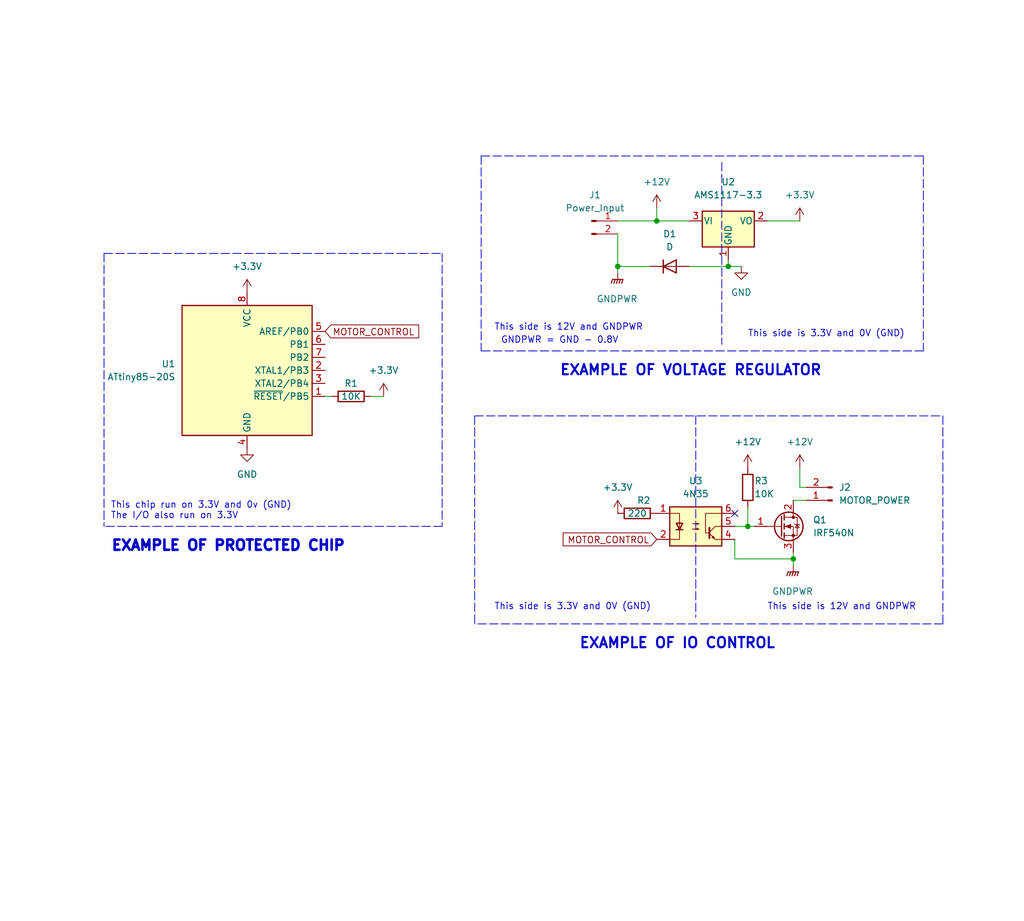
<source format=kicad_sch>
(kicad_sch (version 20211123) (generator eeschema)
  (paper "User" 200 180.01)
  (title_block (title "Example of Opto-Isolation Circuit") (date "2023-01-15") (company "by Achmadi ST MT"))
  (lib_symbols
    (symbol "Connector:Conn_01x02_Male" (pin_names (offset 1.016) hide)
      (property "Reference" "J" (at 0 2.54 0))
      (property "Value" "Conn_01x02_Male" (at 0 -5.08 0))
      (symbol "Conn_01x02_Male_1_1"
        (polyline (pts (xy 1.27 -2.54) (xy 0.8636 -2.54)) (stroke (width 0.1524)))
        (polyline (pts (xy 1.27 0) (xy 0.8636 0)) (stroke (width 0.1524)))
        (rectangle (start 0.8636 -2.413) (end 0 -2.667) (stroke (width 0.1524)) (fill (type outline)))
        (rectangle (start 0.8636 0.127) (end 0 -0.127) (stroke (width 0.1524)) (fill (type outline)))
        (pin passive line (at 5.08 0 180) (length 3.81) (name "Pin_1") (number "1"))
        (pin passive line (at 5.08 -2.54 180) (length 3.81) (name "Pin_2") (number "2"))
      )
    )
    (symbol "Device:D" (pin_numbers hide) (pin_names (offset 1.016) hide)
      (property "Reference" "D" (at 0 2.54 0))
      (property "Value" "D" (at 0 -2.54 0))
      (symbol "D_0_1"
        (polyline (pts (xy -1.27 1.27) (xy -1.27 -1.27)) (stroke (width 0.254)))
        (polyline (pts (xy 1.27 0) (xy -1.27 0)))
        (polyline (pts (xy 1.27 1.27) (xy 1.27 -1.27) (xy -1.27 0) (xy 1.27 1.27)) (stroke (width 0.254)))
      )
      (symbol "D_1_1"
        (pin passive line (at -3.81 0 0) (length 2.54) (name "K") (number "1"))
        (pin passive line (at 3.81 0 180) (length 2.54) (name "A") (number "2"))
      )
    )
    (symbol "Device:R" (pin_numbers hide) (pin_names (offset 0))
      (property "Reference" "R" (at 2.032 0 90))
      (property "Value" "R" (at 0 0 90))
      (symbol "R_0_1"
        (rectangle (start -1.016 -2.54) (end 1.016 2.54) (stroke (width 0.254)))
      )
      (symbol "R_1_1"
        (pin passive line (at 0 3.81 270) (length 1.27) (name "~") (number "1"))
        (pin passive line (at 0 -3.81 90) (length 1.27) (name "~") (number "2"))
      )
    )
    (symbol "Isolator:4N35" (pin_names (offset 1.016))
      (property "Reference" "U" (at -5.08 5.08 0))
      (property "Value" "4N35" (at 0 5.08 0))
      (symbol "4N35_0_1"
        (rectangle (start -5.08 3.81) (end 5.08 -3.81) (stroke (width 0.254)) (fill (type background)))
        (polyline (pts (xy -3.81 -0.635) (xy -2.54 -0.635)) (stroke (width 0.254)))
        (polyline (pts (xy 2.667 -1.397) (xy 3.81 -2.54)))
        (polyline (pts (xy 2.667 -1.143) (xy 3.81 0)))
        (polyline (pts (xy 3.81 -2.54) (xy 5.08 -2.54)))
        (polyline (pts (xy 3.81 0) (xy 5.08 0)))
        (polyline (pts (xy 2.667 -0.254) (xy 2.667 -2.286) (xy 2.667 -2.286)) (stroke (width 0.3556)))
        (polyline (pts (xy -5.08 -2.54) (xy -3.175 -2.54) (xy -3.175 2.54) (xy -5.08 2.54)))
        (polyline (pts (xy -3.175 -0.635) (xy -3.81 0.635) (xy -2.54 0.635) (xy -3.175 -0.635)) (stroke (width 0.254)))
        (polyline (pts (xy 3.683 -2.413) (xy 3.429 -1.905) (xy 3.175 -2.159) (xy 3.683 -2.413)))
        (polyline (pts (xy 5.08 2.54) (xy 1.905 2.54) (xy 1.905 -1.27) (xy 2.54 -1.27)))
        (polyline (pts (xy -0.635 -0.508) (xy 0.635 -0.508) (xy 0.254 -0.635) (xy 0.254 -0.381) (xy 0.635 -0.508)))
        (polyline (pts (xy -0.635 0.508) (xy 0.635 0.508) (xy 0.254 0.381) (xy 0.254 0.635) (xy 0.635 0.508)))
      )
      (symbol "4N35_1_1"
        (pin passive line (at -7.62 2.54 0) (length 2.54) (name "~") (number "1"))
        (pin passive line (at -7.62 -2.54 0) (length 2.54) (name "~") (number "2"))
        (pin no_connect line (at -5.08 0 0) (length 2.54) hide (name "NC") (number "3"))
        (pin passive line (at 7.62 -2.54 180) (length 2.54) (name "~") (number "4"))
        (pin passive line (at 7.62 0 180) (length 2.54) (name "~") (number "5"))
        (pin passive line (at 7.62 2.54 180) (length 2.54) (name "~") (number "6"))
      )
    )
    (symbol "MCU_Microchip_ATtiny:ATtiny85-20S"
      (property "Reference" "U" (at -12.7 13.97 0))
      (property "Value" "ATtiny85-20S" (at 2.54 -13.97 0))
      (symbol "ATtiny85-20S_0_1"
        (rectangle (start -12.7 -12.7) (end 12.7 12.7) (stroke (width 0.254)) (fill (type background)))
      )
      (symbol "ATtiny85-20S_1_1"
        (pin bidirectional line (at 15.24 -5.08 180) (length 2.54) (name "~{RESET}/PB5") (number "1"))
        (pin bidirectional line (at 15.24 0 180) (length 2.54) (name "XTAL1/PB3") (number "2"))
        (pin bidirectional line (at 15.24 -2.54 180) (length 2.54) (name "XTAL2/PB4") (number "3"))
        (pin power_in line (at 0 -15.24 90) (length 2.54) (name "GND") (number "4"))
        (pin bidirectional line (at 15.24 7.62 180) (length 2.54) (name "AREF/PB0") (number "5"))
        (pin bidirectional line (at 15.24 5.08 180) (length 2.54) (name "PB1") (number "6"))
        (pin bidirectional line (at 15.24 2.54 180) (length 2.54) (name "PB2") (number "7"))
        (pin power_in line (at 0 15.24 270) (length 2.54) (name "VCC") (number "8"))
      )
    )
    (symbol "Regulator_Linear:AMS1117-3.3" (pin_names (offset 0.254))
      (property "Reference" "U" (at -3.81 3.175 0))
      (property "Value" "AMS1117-3.3" (at 0 3.175 0))
      (symbol "AMS1117-3.3_0_1"
        (rectangle (start -5.08 -5.08) (end 5.08 1.905) (stroke (width 0.254)) (fill (type background)))
      )
      (symbol "AMS1117-3.3_1_1"
        (pin power_in line (at 0 -7.62 90) (length 2.54) (name "GND") (number "1"))
        (pin power_out line (at 7.62 0 180) (length 2.54) (name "VO") (number "2"))
        (pin power_in line (at -7.62 0 0) (length 2.54) (name "VI") (number "3"))
      )
    )
    (symbol "Transistor_FET:IRF540N" (pin_names hide)
      (property "Reference" "Q" (at 6.35 1.905 0))
      (property "Value" "IRF540N" (at 6.35 0 0))
      (symbol "IRF540N_0_1"
        (polyline (pts (xy 0.254 0) (xy -2.54 0)))
        (polyline (pts (xy 0.254 1.905) (xy 0.254 -1.905)) (stroke (width 0.254)))
        (polyline (pts (xy 0.762 -1.27) (xy 0.762 -2.286)) (stroke (width 0.254)))
        (polyline (pts (xy 0.762 0.508) (xy 0.762 -0.508)) (stroke (width 0.254)))
        (polyline (pts (xy 0.762 2.286) (xy 0.762 1.27)) (stroke (width 0.254)))
        (polyline (pts (xy 2.54 2.54) (xy 2.54 1.778)))
        (polyline (pts (xy 2.54 -2.54) (xy 2.54 0) (xy 0.762 0)))
        (polyline (pts (xy 0.762 -1.778) (xy 3.302 -1.778) (xy 3.302 1.778) (xy 0.762 1.778)))
        (polyline (pts (xy 1.016 0) (xy 2.032 0.381) (xy 2.032 -0.381) (xy 1.016 0)) (fill (type outline)))
        (polyline (pts (xy 2.794 0.508) (xy 2.921 0.381) (xy 3.683 0.381) (xy 3.81 0.254)))
        (polyline (pts (xy 3.302 0.381) (xy 2.921 -0.254) (xy 3.683 -0.254) (xy 3.302 0.381)))
        (circle (center 1.651 0) (radius 2.794) (stroke (width 0.254)))
        (circle (center 2.54 -1.778) (radius 0.254) (fill (type outline)))
        (circle (center 2.54 1.778) (radius 0.254) (fill (type outline)))
      )
      (symbol "IRF540N_1_1"
        (pin input line (at -5.08 0 0) (length 2.54) (name "G") (number "1"))
        (pin passive line (at 2.54 5.08 270) (length 2.54) (name "D") (number "2"))
        (pin passive line (at 2.54 -5.08 90) (length 2.54) (name "S") (number "3"))
      )
    )
    (symbol "power:+12V" (power) (pin_names (offset 0))
      (property "Value" "+12V" (at 0 3.556 0))
      (symbol "+12V_0_1"
        (polyline (pts (xy -0.762 1.27) (xy 0 2.54)))
        (polyline (pts (xy 0 0) (xy 0 2.54)))
        (polyline (pts (xy 0 2.54) (xy 0.762 1.27)))
      )
      (symbol "+12V_1_1"
        (pin power_in line (at 0 0 90) (length 0) hide (name "+12V") (number "1"))
      )
    )
    (symbol "power:+3.3V" (power) (pin_names (offset 0))
      (property "Value" "+3.3V" (at 0 3.556 0))
      (symbol "+3.3V_0_1"
        (polyline (pts (xy -0.762 1.27) (xy 0 2.54)))
        (polyline (pts (xy 0 0) (xy 0 2.54)))
        (polyline (pts (xy 0 2.54) (xy 0.762 1.27)))
      )
      (symbol "+3.3V_1_1"
        (pin power_in line (at 0 0 90) (length 0) hide (name "+3.3V") (number "1"))
      )
    )
    (symbol "power:GND" (power) (pin_names (offset 0))
      (property "Value" "GND" (at 0 -3.81 0))
      (symbol "GND_0_1"
        (polyline (pts (xy 0 0) (xy 0 -1.27) (xy 1.27 -1.27) (xy 0 -2.54) (xy -1.27 -1.27) (xy 0 -1.27)))
      )
      (symbol "GND_1_1"
        (pin power_in line (at 0 0 270) (length 0) hide (name "GND") (number "1"))
      )
    )
    (symbol "power:GNDPWR" (power) (pin_names (offset 0))
      (property "Value" "GNDPWR" (at 0 -3.302 0))
      (symbol "GNDPWR_0_1"
        (polyline (pts (xy 0 -1.27) (xy 0 0)))
        (polyline (pts (xy -1.016 -1.27) (xy -1.27 -2.032) (xy -1.27 -2.032)) (stroke (width 0.2032)))
        (polyline (pts (xy -0.508 -1.27) (xy -0.762 -2.032) (xy -0.762 -2.032)) (stroke (width 0.2032)))
        (polyline (pts (xy 0 -1.27) (xy -0.254 -2.032) (xy -0.254 -2.032)) (stroke (width 0.2032)))
        (polyline (pts (xy 0.508 -1.27) (xy 0.254 -2.032) (xy 0.254 -2.032)) (stroke (width 0.2032)))
        (polyline (pts (xy 1.016 -1.27) (xy -1.016 -1.27) (xy -1.016 -1.27)) (stroke (width 0.2032)))
        (polyline (pts (xy 1.016 -1.27) (xy 0.762 -2.032) (xy 0.762 -2.032) (xy 0.762 -2.032)) (stroke (width 0.2032)))
      )
      (symbol "GNDPWR_1_1"
        (pin power_in line (at 0 0 270) (length 0) hide (name "GNDPWR") (number "1"))
      )
    )
  )
  (junction (at 128.27 43.18))
  (junction (at 120.65 52.07))
  (junction (at 146.05 102.87))
  (junction (at 142.24 52.07))
  (junction (at 154.94 109.22))
  (no_connect (at 143.51 100.33))
  (wire (pts (xy 128.27 43.18) (xy 134.62 43.18)))
  (wire (pts (xy 154.94 107.95) (xy 154.94 109.22)))
  (polyline (pts (xy 20.32 49.53) (xy 86.36 49.53)))
  (polyline (pts (xy 92.71 81.28) (xy 184.15 81.28)))
  (polyline (pts (xy 93.98 30.48) (xy 93.98 68.58)))
  (wire (pts (xy 146.05 99.06) (xy 146.05 102.87)))
  (wire (pts (xy 72.39 77.47) (xy 74.93 77.47)))
  (wire (pts (xy 156.21 91.44) (xy 156.21 95.25)))
  (wire (pts (xy 142.24 50.8) (xy 142.24 52.07)))
  (polyline (pts (xy 135.89 81.28) (xy 135.89 120.65)))
  (wire (pts (xy 120.65 52.07) (xy 120.65 53.34)))
  (polyline (pts (xy 180.34 68.58) (xy 93.98 68.58)))
  (polyline (pts (xy 92.71 81.28) (xy 92.71 121.92)))
  (wire (pts (xy 146.05 102.87) (xy 147.32 102.87)))
  (polyline (pts (xy 180.34 30.48) (xy 180.34 68.58)))
  (wire (pts (xy 120.65 43.18) (xy 128.27 43.18)))
  (polyline (pts (xy 86.36 49.53) (xy 86.36 102.87)))
  (polyline (pts (xy 93.98 30.48) (xy 180.34 30.48)))
  (wire (pts (xy 143.51 109.22) (xy 154.94 109.22)))
  (wire (pts (xy 149.86 43.18) (xy 156.21 43.18)))
  (wire (pts (xy 63.5 77.47) (xy 64.77 77.47)))
  (wire (pts (xy 120.65 52.07) (xy 127 52.07)))
  (wire (pts (xy 120.65 45.72) (xy 120.65 52.07)))
  (wire (pts (xy 142.24 52.07) (xy 144.78 52.07)))
  (wire (pts (xy 156.21 95.25) (xy 157.48 95.25)))
  (polyline (pts (xy 140.97 31.75) (xy 140.97 67.31)))
  (wire (pts (xy 154.94 109.22) (xy 154.94 110.49)))
  (polyline (pts (xy 184.15 81.28) (xy 184.15 121.92)))
  (wire (pts (xy 143.51 105.41) (xy 143.51 109.22)))
  (wire (pts (xy 143.51 102.87) (xy 146.05 102.87)))
  (polyline (pts (xy 86.36 102.87) (xy 20.32 102.87)))
  (polyline (pts (xy 20.32 49.53) (xy 20.32 102.87)))
  (wire (pts (xy 154.94 97.79) (xy 157.48 97.79)))
  (polyline (pts (xy 184.15 121.92) (xy 92.71 121.92)))
  (wire (pts (xy 128.27 40.64) (xy 128.27 43.18)))
  (wire (pts (xy 134.62 52.07) (xy 142.24 52.07)))
  (text "EXAMPLE OF IO CONTROL\n" (at 113.03 127 0) (effects (font (size 2 2) (thickness 0.4) bold) (justify left bottom)))
  (text "This side is 12V and GNDPWR" (at 96.52 64.77 0) (effects (font (size 1.27 1.27)) (justify left bottom)))
  (text "This side is 3.3V and 0V (GND)" (at 146.05 66.04 0) (effects (font (size 1.27 1.27)) (justify left bottom)))
  (text "This side is 3.3V and 0V (GND)" (at 96.52 119.38 0) (effects (font (size 1.27 1.27)) (justify left bottom)))
  (text "This chip run on 3.3V and 0v (GND)\nThe I/O also run on 3.3V" (at 21.59 101.6 0) (effects (font (size 1.27 1.27)) (justify left bottom)))
  (text "GNDPWR = GND - 0.8V" (at 97.79 67.31 0) (effects (font (size 1.27 1.27)) (justify left bottom)))
  (text "This side is 12V and GNDPWR" (at 149.86 119.38 0) (effects (font (size 1.27 1.27)) (justify left bottom)))
  (text "EXAMPLE OF PROTECTED CHIP" (at 21.59 107.95 0) (effects (font (size 2 2) (thickness 0.6) bold) (justify left bottom)))
  (text "EXAMPLE OF VOLTAGE REGULATOR" (at 109.22 73.66 0) (effects (font (size 2 2) (thickness 0.4) bold) (justify left bottom)))
  (global_label "MOTOR_CONTROL" (shape input) (at 128.27 105.41 180) (property "Intersheet References" "${INTERSHEET_REFS}" (effects hide)))
  (global_label "MOTOR_CONTROL" (shape input) (at 63.5 64.77 0) (property "Intersheet References" "${INTERSHEET_REFS}" (effects hide)))
  (symbol (lib_id "Transistor_FET:IRF540N") (at 152.4 102.87 0) (unit 1)
    (property "Reference" "Q1" (at 158.75 101.5999 0) (effects (justify left)))
    (property "Value" "IRF540N" (at 158.75 104.1399 0) (effects (justify left)))
    (property "Footprint" "Package_TO_SOT_THT:TO-220-3_Vertical" (effects hide))
    (property "Datasheet" "http://www.irf.com/product-info/datasheets/data/irf540n.pdf" (effects hide))
  )
  (symbol (lib_id "MCU_Microchip_ATtiny:ATtiny85-20S") (at 48.26 72.39 0) (unit 1)
    (property "Reference" "U1" (at 34.29 71.1199 0) (effects (justify right)))
    (property "Value" "ATtiny85-20S" (at 34.29 73.6599 0) (effects (justify right)))
    (property "Footprint" "Package_SO:SOIC-8W_5.3x5.3mm_P1.27mm" (effects hide))
    (property "Datasheet" "http://ww1.microchip.com/downloads/en/DeviceDoc/atmel-2586-avr-8-bit-microcontroller-attiny25-attiny45-attiny85_datasheet.pdf" (effects hide))
  )
  (symbol (lib_id "Connector:Conn_01x02_Male") (at 162.56 97.79 180) (unit 1)
    (property "Reference" "J2" (at 163.83 95.2499 0) (effects (justify right)))
    (property "Value" "MOTOR_POWER" (at 163.83 97.7899 0) (effects (justify right)))
  )
  (symbol (lib_id "power:+3.3V") (at 74.93 77.47 0) (unit 1)
    (property "Reference" "#PWR0101" (effects hide))
    (property "Value" "+3.3V" (at 74.93 72.39 0))
  )
  (symbol (lib_id "power:GND") (at 48.26 87.63 0) (unit 1)
    (property "Reference" "#PWR02" (effects hide))
    (property "Value" "GND" (at 48.26 92.71 0))
  )
  (symbol (lib_id "power:GNDPWR") (at 154.94 110.49 0) (unit 1)
    (property "Reference" "#PWR08" (effects hide))
    (property "Value" "GNDPWR" (at 154.813 115.57 0))
  )
  (symbol (lib_id "power:+12V") (at 156.21 91.44 0) (unit 1)
    (property "Reference" "#PWR09" (effects hide))
    (property "Value" "+12V" (at 156.21 86.36 0))
  )
  (symbol (lib_id "Device:R") (at 124.46 100.33 90) (unit 1)
    (property "Reference" "R2" (at 125.73 97.79 90))
    (property "Value" "220" (at 124.46 100.33 90))
  )
  (symbol (lib_id "Isolator:4N35") (at 135.89 102.87 0) (unit 1)
    (property "Reference" "U3" (at 135.89 93.98 0))
    (property "Value" "4N35" (at 135.89 96.52 0))
    (property "Footprint" "Package_DIP:DIP-6_W7.62mm" (effects hide))
    (property "Datasheet" "https://www.vishay.com/docs/81181/4n35.pdf" (effects hide))
  )
  (symbol (lib_id "power:GNDPWR") (at 120.65 53.34 0) (unit 1)
    (property "Reference" "#PWR03" (effects hide))
    (property "Value" "GNDPWR" (at 120.523 58.42 0))
  )
  (symbol (lib_id "power:+12V") (at 128.27 40.64 0) (unit 1)
    (property "Reference" "#PWR04" (effects hide))
    (property "Value" "+12V" (at 128.27 35.56 0))
  )
  (symbol (lib_id "power:+3.3V") (at 120.65 100.33 0) (unit 1)
    (property "Reference" "#PWR06" (effects hide))
    (property "Value" "+3.3V" (at 120.65 95.25 0))
  )
  (symbol (lib_id "power:+3.3V") (at 48.26 57.15 0) (unit 1)
    (property "Reference" "#PWR01" (effects hide))
    (property "Value" "+3.3V" (at 48.26 52.07 0))
  )
  (symbol (lib_id "power:+12V") (at 146.05 91.44 0) (unit 1)
    (property "Reference" "#PWR07" (effects hide))
    (property "Value" "+12V" (at 146.05 86.36 0))
  )
  (symbol (lib_id "Connector:Conn_01x02_Male") (at 115.57 43.18 0) (unit 1)
    (property "Reference" "J1" (at 116.205 38.1 0))
    (property "Value" "Power_Input" (at 116.205 40.64 0))
  )
  (symbol (lib_id "power:GND") (at 144.78 52.07 0) (unit 1)
    (property "Reference" "#PWR05" (effects hide))
    (property "Value" "GND" (at 144.78 57.15 0))
  )
  (symbol (lib_id "Device:R") (at 68.58 77.47 90) (unit 1)
    (property "Reference" "R1" (at 68.58 74.93 90))
    (property "Value" "10K" (at 68.58 77.47 90))
  )
  (symbol (lib_id "Regulator_Linear:AMS1117-3.3") (at 142.24 43.18 0) (unit 1)
    (property "Reference" "U2" (at 142.24 35.56 0))
    (property "Value" "AMS1117-3.3" (at 142.24 38.1 0))
    (property "Footprint" "Package_TO_SOT_SMD:SOT-223-3_TabPin2" (effects hide))
    (property "Datasheet" "http://www.advanced-monolithic.com/pdf/ds1117.pdf" (effects hide))
  )
  (symbol (lib_id "power:+3.3V") (at 156.21 43.18 0) (unit 1)
    (property "Reference" "#PWR010" (effects hide))
    (property "Value" "+3.3V" (at 156.21 38.1 0))
  )
  (symbol (lib_id "Device:D") (at 130.81 52.07 0) (unit 1)
    (property "Reference" "D1" (at 130.81 45.72 0))
    (property "Value" "D" (at 130.81 48.26 0))
  )
  (symbol (lib_id "Device:R") (at 146.05 95.25 0) (unit 1)
    (property "Reference" "R3" (at 147.32 93.98 0) (effects (justify left)))
    (property "Value" "10K" (at 147.32 96.52 0) (effects (justify left)))
  )
)
</source>
